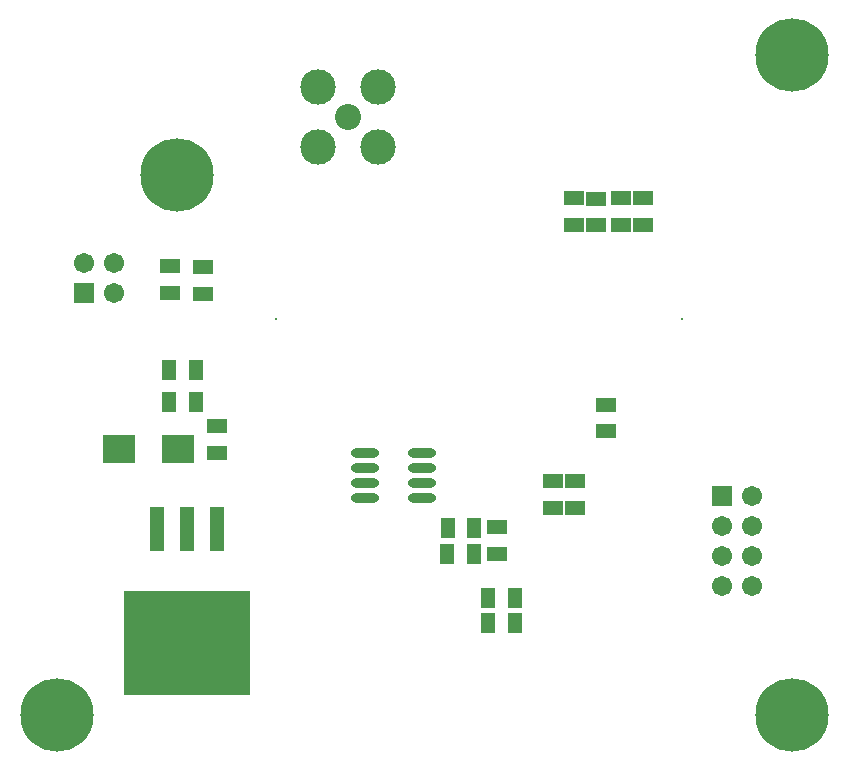
<source format=gts>
%FSLAX43Y43*%
%MOMM*%
G71*
G01*
G75*
G04 Layer_Color=8388736*
%ADD10R,1.500X1.000*%
%ADD11O,2.200X0.600*%
%ADD12R,1.000X1.500*%
%ADD13R,1.100X3.600*%
%ADD14R,10.550X8.700*%
%ADD15R,2.600X2.200*%
%ADD16C,0.250*%
%ADD17C,0.300*%
%ADD18C,0.200*%
%ADD19C,0.500*%
%ADD20C,1.500*%
%ADD21R,1.500X1.500*%
%ADD22C,2.800*%
%ADD23C,2.000*%
%ADD24R,1.500X1.500*%
%ADD25C,0.800*%
%ADD26C,6.000*%
%ADD27C,0.600*%
%ADD28C,0.660*%
%ADD29C,1.100*%
%ADD30R,2.500X2.500*%
%ADD31O,0.700X0.250*%
%ADD32O,0.250X0.700*%
%ADD33R,2.300X2.300*%
%ADD34O,0.350X0.800*%
%ADD35O,0.800X0.350*%
%ADD36O,0.600X3.000*%
%ADD37C,0.400*%
%ADD38C,0.254*%
%ADD39C,0.203*%
%ADD40R,1.703X1.203*%
%ADD41O,2.403X0.803*%
%ADD42R,1.203X1.703*%
%ADD43R,1.303X3.803*%
%ADD44R,10.753X8.903*%
%ADD45R,2.803X2.403*%
%ADD46C,1.703*%
%ADD47R,1.703X1.703*%
%ADD48C,3.003*%
%ADD49C,2.203*%
%ADD50R,1.703X1.703*%
%ADD51C,0.203*%
%ADD52C,6.203*%
D40*
X50300Y27825D02*
D03*
Y30075D02*
D03*
X41050Y17450D02*
D03*
Y19700D02*
D03*
X17328Y25987D02*
D03*
Y28237D02*
D03*
X13350Y39525D02*
D03*
Y41775D02*
D03*
X16200Y39450D02*
D03*
Y41700D02*
D03*
X47700Y23600D02*
D03*
Y21350D02*
D03*
X45775Y23600D02*
D03*
Y21350D02*
D03*
X47550Y45300D02*
D03*
Y47550D02*
D03*
X49425Y47525D02*
D03*
Y45275D02*
D03*
X51550Y47550D02*
D03*
Y45300D02*
D03*
X53450Y45300D02*
D03*
Y47550D02*
D03*
D41*
X34725Y22195D02*
D03*
Y23465D02*
D03*
Y24735D02*
D03*
Y26005D02*
D03*
X29925Y22195D02*
D03*
Y23465D02*
D03*
Y24735D02*
D03*
Y26005D02*
D03*
D42*
X36850Y17475D02*
D03*
X39100D02*
D03*
X36875Y19675D02*
D03*
X39125D02*
D03*
X15554Y30337D02*
D03*
X13303D02*
D03*
X15554Y33012D02*
D03*
X13303D02*
D03*
X42550Y13725D02*
D03*
X40300D02*
D03*
X42550Y11600D02*
D03*
X40300D02*
D03*
D43*
X17343Y19537D02*
D03*
X14803D02*
D03*
X12263D02*
D03*
D44*
X14803Y9887D02*
D03*
D45*
X9028Y26337D02*
D03*
X14028D02*
D03*
D46*
X62620Y14740D02*
D03*
X60080D02*
D03*
X62620Y17280D02*
D03*
X60080D02*
D03*
X62620Y19820D02*
D03*
X60080D02*
D03*
X62620Y22360D02*
D03*
X6115Y42045D02*
D03*
X8655Y39505D02*
D03*
Y42045D02*
D03*
D47*
X60080Y22360D02*
D03*
D48*
X25910Y56940D02*
D03*
X30990D02*
D03*
Y51860D02*
D03*
X25910D02*
D03*
D49*
X28450Y54400D02*
D03*
D50*
X6115Y39505D02*
D03*
D51*
X56700Y37325D02*
D03*
X22325D02*
D03*
D52*
X3800Y3800D02*
D03*
X66050D02*
D03*
Y59700D02*
D03*
X13975Y49525D02*
D03*
M02*

</source>
